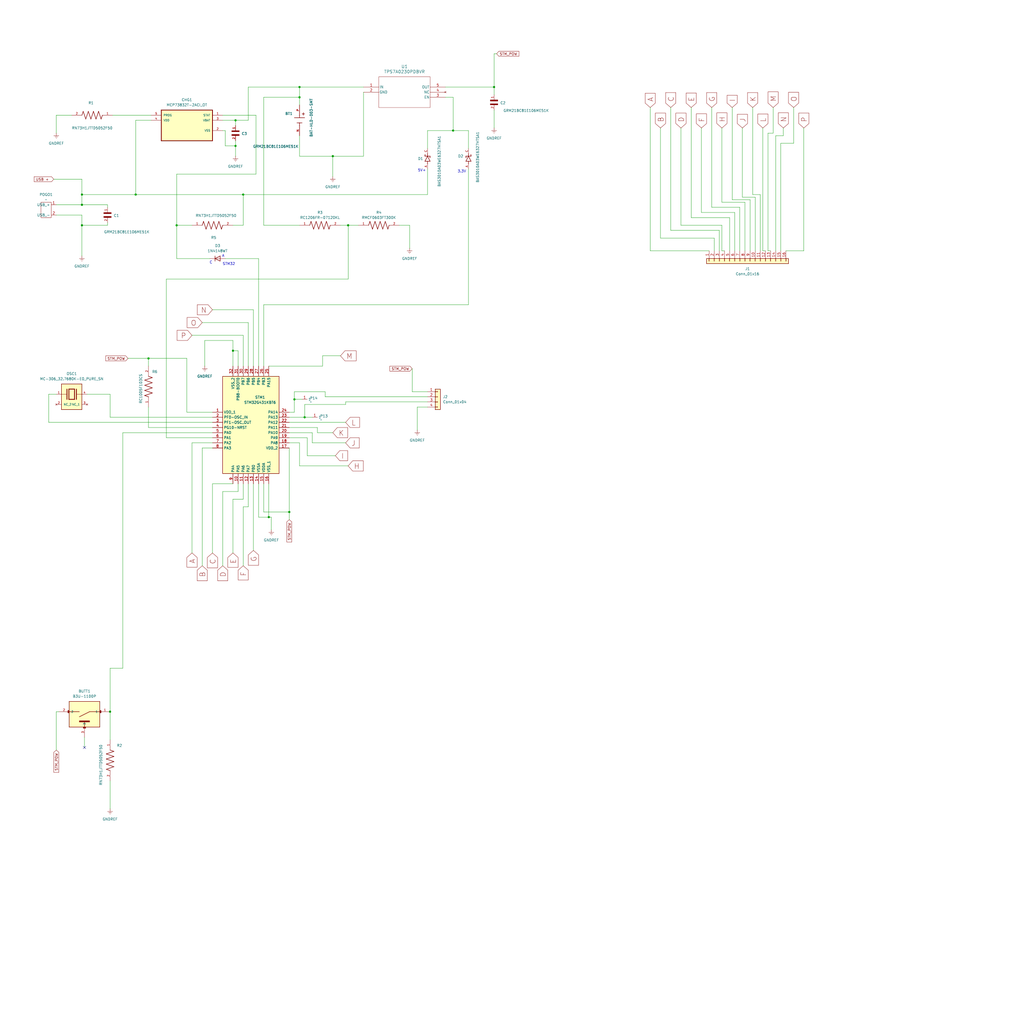
<source format=kicad_sch>
(kicad_sch (version 20250114) (generator "eeschema") (generator_version "9.0")
  (paper "User" 508 508)
  (lib_symbols
    (symbol "B3U-1100P:B3U-1100P" (pin_names (offset 1.016))
      (property "Reference" "S" (at 7.6291 -5.0861 0))
      (property "Value" "B3U-1100P" (at 7.6346 -10.1794 0))
      (symbol "B3U-1100P_0_0"
        (rectangle (start -8.2645 -0.6357) (end -7.62 0.635) (stroke (width 0.1)) (fill (type outline)))
        (rectangle (start -7.62 -7.62) (end 7.62 5.08) (stroke (width 0.254)) (fill (type background)))
        (rectangle (start -2.5423 -5.0846) (end 2.54 -4.445) (stroke (width 0.1)) (fill (type outline)))
        (polyline (pts (xy -2.54 0) (xy -7.62 0)) (stroke (width 0.254)))
        (polyline (pts (xy -2.54 -2.54) (xy 2.54 0)) (stroke (width 0.254)))
        (polyline (pts (xy -2.54 -5.08) (xy 0 -5.08)) (stroke (width 0.254)))
        (rectangle (start -0.6357 -8.2643) (end 0.635 -7.62) (stroke (width 0.1)) (fill (type outline)))
        (polyline (pts (xy 0 -5.08) (xy 0 -7.62)) (stroke (width 0.254)))
        (polyline (pts (xy 0 -5.08) (xy 2.54 -5.08)) (stroke (width 0.254)))
        (polyline (pts (xy 2.54 0) (xy 7.62 0)) (stroke (width 0.254)))
        (rectangle (start 7.6245 -0.6354) (end 8.255 0.635) (stroke (width 0.1)) (fill (type outline)))
        (pin passive line (at -12.7 0 0) (length 5.08) (name "2") (number "2"))
        (pin passive line (at 0 -12.7 90) (length 5.08) (name "3") (number "3"))
        (pin passive line (at 12.7 0 180) (length 5.08) (name "1") (number "1"))
      )
    )
    (symbol "BAS3010A03WE6327HTSA1:BAS3010A03WE6327HTSA1" (pin_names (offset 1.016))
      (property "Reference" "D" (at -5.08 2.54 0))
      (property "Value" "BAS3010A03WE6327HTSA1" (at -5.08 -3.81 0))
      (symbol "BAS3010A03WE6327HTSA1_0_0"
        (polyline (pts (xy -2.54 0) (xy -1.27 0)) (stroke (width 0.254)))
        (polyline (pts (xy -1.27 1.27) (xy -1.27 -1.27)) (stroke (width 0.254)))
        (polyline (pts (xy -1.27 -1.27) (xy 1.27 0)) (stroke (width 0.254)))
        (polyline (pts (xy 0.635 -1.016) (xy 0.635 -1.27)) (stroke (width 0.254)))
        (polyline (pts (xy 1.27 1.27) (xy 1.27 -1.27)) (stroke (width 0.254)))
        (polyline (pts (xy 1.27 0) (xy -1.27 1.27)) (stroke (width 0.254)))
        (polyline (pts (xy 1.27 -1.27) (xy 0.635 -1.27)) (stroke (width 0.254)))
        (polyline (pts (xy 1.905 1.27) (xy 1.27 1.27)) (stroke (width 0.254)))
        (polyline (pts (xy 1.905 1.27) (xy 1.905 1.016)) (stroke (width 0.254)))
        (polyline (pts (xy 2.54 0) (xy 1.27 0)) (stroke (width 0.254)))
        (pin passive line (at -5.08 0 0) (length 2.54) (name "~") (number "A"))
        (pin passive line (at 5.08 0 180) (length 2.54) (name "~") (number "C"))
      )
    )
    (symbol "BAT-HLD-003-SMT_CUT:BAT-HLD-003-SMT" (pin_names (offset 1.016))
      (property "Reference" "BT" (at -3.81 3.81 0))
      (property "Value" "BAT-HLD-003-SMT" (at -3.81 -5.08 0))
      (symbol "BAT-HLD-003-SMT_0_0"
        (polyline (pts (xy -3.81 1.905) (xy -2.54 1.905)) (stroke (width 0.254)))
        (polyline (pts (xy -3.175 2.54) (xy -3.175 1.27)) (stroke (width 0.254)))
        (polyline (pts (xy -1.27 2.54) (xy -1.27 0)) (stroke (width 0.254)))
        (polyline (pts (xy -1.27 0) (xy -2.54 0)) (stroke (width 0.254)))
        (polyline (pts (xy -1.27 0) (xy -1.27 -2.54)) (stroke (width 0.254)))
        (polyline (pts (xy 1.27 1.27) (xy 1.27 0)) (stroke (width 0.254)))
        (polyline (pts (xy 1.27 0) (xy 1.27 -1.27)) (stroke (width 0.254)))
        (polyline (pts (xy 1.27 0) (xy 2.54 0)) (stroke (width 0.254)))
        (pin passive line (at 7.62 0 180) (length 5.08) (name "~") (number "N"))
      )
      (symbol "BAT-HLD-003-SMT_1_0"
        (pin passive line (at -7.62 0 0) (length 5.08) (name "~") (number "P"))
      )
    )
    (symbol "Connector_Generic:Conn_01x04" (pin_names (offset 1.016) (hide yes))
      (property "Reference" "J" (at 0 5.08 0))
      (property "Value" "Conn_01x04" (at 0 -7.62 0))
      (symbol "Conn_01x04_1_1"
        (rectangle (start -1.27 3.81) (end 1.27 -6.35) (stroke (width 0.254)) (fill (type background)))
        (rectangle (start -1.27 2.667) (end 0 2.413) (stroke (width 0.1524)))
        (rectangle (start -1.27 0.127) (end 0 -0.127) (stroke (width 0.1524)))
        (rectangle (start -1.27 -2.413) (end 0 -2.667) (stroke (width 0.1524)))
        (rectangle (start -1.27 -4.953) (end 0 -5.207) (stroke (width 0.1524)))
        (pin passive line (at -5.08 2.54 0) (length 3.81) (name "Pin_1") (number "1"))
        (pin passive line (at -5.08 0 0) (length 3.81) (name "Pin_2") (number "2"))
        (pin passive line (at -5.08 -2.54 0) (length 3.81) (name "Pin_3") (number "3"))
        (pin passive line (at -5.08 -5.08 0) (length 3.81) (name "Pin_4") (number "4"))
      )
    )
    (symbol "Connector_Generic:Conn_01x16" (pin_names (offset 1.016) (hide yes))
      (property "Reference" "J" (at 0 20.32 0))
      (property "Value" "Conn_01x16" (at 0 -22.86 0))
      (symbol "Conn_01x16_1_1"
        (rectangle (start -1.27 19.05) (end 1.27 -21.59) (stroke (width 0.254)) (fill (type background)))
        (rectangle (start -1.27 17.907) (end 0 17.653) (stroke (width 0.1524)))
        (rectangle (start -1.27 15.367) (end 0 15.113) (stroke (width 0.1524)))
        (rectangle (start -1.27 12.827) (end 0 12.573) (stroke (width 0.1524)))
        (rectangle (start -1.27 10.287) (end 0 10.033) (stroke (width 0.1524)))
        (rectangle (start -1.27 7.747) (end 0 7.493) (stroke (width 0.1524)))
        (rectangle (start -1.27 5.207) (end 0 4.953) (stroke (width 0.1524)))
        (rectangle (start -1.27 2.667) (end 0 2.413) (stroke (width 0.1524)))
        (rectangle (start -1.27 0.127) (end 0 -0.127) (stroke (width 0.1524)))
        (rectangle (start -1.27 -2.413) (end 0 -2.667) (stroke (width 0.1524)))
        (rectangle (start -1.27 -4.953) (end 0 -5.207) (stroke (width 0.1524)))
        (rectangle (start -1.27 -7.493) (end 0 -7.747) (stroke (width 0.1524)))
        (rectangle (start -1.27 -10.033) (end 0 -10.287) (stroke (width 0.1524)))
        (rectangle (start -1.27 -12.573) (end 0 -12.827) (stroke (width 0.1524)))
        (rectangle (start -1.27 -15.113) (end 0 -15.367) (stroke (width 0.1524)))
        (rectangle (start -1.27 -17.653) (end 0 -17.907) (stroke (width 0.1524)))
        (rectangle (start -1.27 -20.193) (end 0 -20.447) (stroke (width 0.1524)))
        (pin passive line (at -5.08 17.78 0) (length 3.81) (name "Pin_1") (number "1"))
        (pin passive line (at -5.08 15.24 0) (length 3.81) (name "Pin_2") (number "2"))
        (pin passive line (at -5.08 12.7 0) (length 3.81) (name "Pin_3") (number "3"))
        (pin passive line (at -5.08 10.16 0) (length 3.81) (name "Pin_4") (number "4"))
        (pin passive line (at -5.08 7.62 0) (length 3.81) (name "Pin_5") (number "5"))
        (pin passive line (at -5.08 5.08 0) (length 3.81) (name "Pin_6") (number "6"))
        (pin passive line (at -5.08 2.54 0) (length 3.81) (name "Pin_7") (number "7"))
        (pin passive line (at -5.08 0 0) (length 3.81) (name "Pin_8") (number "8"))
        (pin passive line (at -5.08 -2.54 0) (length 3.81) (name "Pin_9") (number "9"))
        (pin passive line (at -5.08 -5.08 0) (length 3.81) (name "Pin_10") (number "10"))
        (pin passive line (at -5.08 -7.62 0) (length 3.81) (name "Pin_11") (number "11"))
        (pin passive line (at -5.08 -10.16 0) (length 3.81) (name "Pin_12") (number "12"))
        (pin passive line (at -5.08 -12.7 0) (length 3.81) (name "Pin_13") (number "13"))
        (pin passive line (at -5.08 -15.24 0) (length 3.81) (name "Pin_14") (number "14"))
        (pin passive line (at -5.08 -17.78 0) (length 3.81) (name "Pin_15") (number "15"))
        (pin passive line (at -5.08 -20.32 0) (length 3.81) (name "Pin_16") (number "16"))
      )
    )
    (symbol "Diode:1N4148WT" (pin_numbers (hide yes)) (pin_names (hide yes))
      (property "Reference" "D" (at 0 2.54 0))
      (property "Value" "1N4148WT" (at 0 -2.54 0))
      (symbol "1N4148WT_0_1"
        (polyline (pts (xy -1.27 1.27) (xy -1.27 -1.27)) (stroke (width 0.254)))
        (polyline (pts (xy 1.27 1.27) (xy 1.27 -1.27) (xy -1.27 0) (xy 1.27 1.27)) (stroke (width 0.254)))
        (polyline (pts (xy 1.27 0) (xy -1.27 0)))
      )
      (symbol "1N4148WT_1_1"
        (pin passive line (at -3.81 0 0) (length 2.54) (name "K") (number "1"))
        (pin passive line (at 3.81 0 180) (length 2.54) (name "A") (number "2"))
      )
    )
    (symbol "GRM21BC81E106ME51K:GRM21BC81E106ME51K" (pin_names (offset 1.016))
      (property "Reference" "C" (at 0 3.8109 0))
      (property "Value" "GRM21BC81E106ME51K" (at 0 -5.0885 0))
      (symbol "GRM21BC81E106ME51K_0_0"
        (rectangle (start 0 -1.9069) (end 0.635 1.905) (stroke (width 0.1)) (fill (type outline)))
        (rectangle (start 1.9069 -1.9069) (end 2.54 1.905) (stroke (width 0.1)) (fill (type outline)))
        (pin passive line (at -2.54 0 0) (length 2.54) (name "~") (number "1"))
        (pin passive line (at 5.08 0 180) (length 2.54) (name "~") (number "2"))
      )
    )
    (symbol "MC-306_32.7680K-E0_PURE_SN:MC-306_32.7680K-E0_PURE_SN" (pin_names (offset 1.016))
      (property "Reference" "Y" (at -5.0878 6.3559 0))
      (property "Value" "MC-306_32.7680K-E0_PURE_SN" (at -5.0944 -10.16 0))
      (symbol "MC-306_32.7680K-E0_PURE_SN_0_0"
        (polyline (pts (xy -5.08 0) (xy -2.54 0)) (stroke (width 0.1524)))
        (rectangle (start -5.08 -7.62) (end 5.08 5.08) (stroke (width 0.254)) (fill (type background)))
        (polyline (pts (xy -2.3368 2.54) (xy -2.3368 -2.54)) (stroke (width 0.4064)))
        (polyline (pts (xy -1.397 2.54) (xy -1.397 -2.54)) (stroke (width 0.4064)))
        (polyline (pts (xy -1.397 2.54) (xy 1.397 2.54)) (stroke (width 0.4064)))
        (polyline (pts (xy 1.397 2.54) (xy 1.397 -2.54)) (stroke (width 0.4064)))
        (polyline (pts (xy 1.397 -2.54) (xy -1.397 -2.54)) (stroke (width 0.4064)))
        (polyline (pts (xy 2.3368 2.54) (xy 2.3368 -2.54)) (stroke (width 0.4064)))
        (polyline (pts (xy 2.54 0) (xy 5.08 0)) (stroke (width 0.1524)))
        (pin passive line (at -7.62 0 0) (length 2.54) (name "~") (number "1"))
        (pin passive line (at 7.62 0 180) (length 2.54) (name "~") (number "4"))
      )
      (symbol "MC-306_32.7680K-E0_PURE_SN_1_0"
        (pin no_connect line (at -7.62 -5.08 0) (length 2.54) (name "NC_2") (number "2"))
        (pin no_connect line (at 7.62 -5.08 180) (length 2.54) (name "NC_1") (number "3"))
      )
    )
    (symbol "MCP73832T-2ACI_OT:MCP73832T-2ACI_OT" (pin_names (offset 1.016))
      (property "Reference" "U" (at -12.7 8.62 0))
      (property "Value" "MCP73832T-2ACI_OT" (at -12.7 -11.62 0))
      (symbol "MCP73832T-2ACI_OT_0_0"
        (rectangle (start -12.7 -7.62) (end 12.7 7.62) (stroke (width 0.41)) (fill (type background)))
        (pin input line (at -17.78 5.08 0) (length 5.08) (name "PROG") (number "5"))
        (pin input line (at -17.78 2.54 0) (length 5.08) (name "VDD") (number "4"))
        (pin output line (at 17.78 5.08 180) (length 5.08) (name "STAT") (number "1"))
        (pin output line (at 17.78 2.54 180) (length 5.08) (name "VBAT") (number "3"))
        (pin power_in line (at 17.78 -2.54 180) (length 5.08) (name "VSS") (number "2"))
      )
    )
    (symbol "PGO:POGO_FEMALE_2"
      (property "Reference" "POGO" (at 0 -1.27 0))
      (symbol "POGO_FEMALE_2_0_1"
        (rectangle (start -2.54 7.62) (end 2.54 0))
      )
      (symbol "POGO_FEMALE_2_1_1"
        (pin input line (at 5.08 6.35 180) (length 2.54) (name "USB_+") (number "1"))
        (pin input line (at 5.08 1.27 180) (length 2.54) (name "USB_-") (number "2"))
      )
    )
    (symbol "PGO:PROGPAD"
      (property "Reference" "PROGPAD" (at 0 0 0))
      (symbol "PROGPAD_1_1"
        (pin input line (at -2.54 3.81 0) (length 2.54) (name "1") (number "1"))
      )
    )
    (symbol "RC1005F103CS:RC1005F103CS" (pin_names (offset 1.016))
      (property "Reference" "R" (at -7.6244 2.5415 0))
      (property "Value" "RC1005F103CS" (at -7.63 -5.0866 0))
      (symbol "RC1005F103CS_0_0"
        (polyline (pts (xy -5.08 0) (xy -4.445 1.905)) (stroke (width 0.254)))
        (polyline (pts (xy -4.445 1.905) (xy -3.175 -1.905)) (stroke (width 0.254)))
        (polyline (pts (xy -3.175 -1.905) (xy -1.905 1.905)) (stroke (width 0.254)))
        (polyline (pts (xy -1.905 1.905) (xy -0.635 -1.905)) (stroke (width 0.254)))
        (polyline (pts (xy -0.635 -1.905) (xy 0.635 1.905)) (stroke (width 0.254)))
        (polyline (pts (xy 0.635 1.905) (xy 1.905 -1.905)) (stroke (width 0.254)))
        (polyline (pts (xy 1.905 -1.905) (xy 3.175 1.905)) (stroke (width 0.254)))
        (polyline (pts (xy 3.175 1.905) (xy 4.445 -1.905)) (stroke (width 0.254)))
        (polyline (pts (xy 4.445 -1.905) (xy 5.08 0)) (stroke (width 0.254)))
        (pin passive line (at -10.16 0 0) (length 5.08) (name "~") (number "1"))
        (pin passive line (at 10.16 0 180) (length 5.08) (name "~") (number "2"))
      )
    )
    (symbol "RC1206FR-07120KL:RC1206FR-07120KL" (pin_names (offset 1.016))
      (property "Reference" "R" (at -7.6244 2.5415 0))
      (property "Value" "RC1206FR-07120KL" (at -7.63 -5.0866 0))
      (symbol "RC1206FR-07120KL_0_0"
        (polyline (pts (xy -5.08 0) (xy -4.445 1.905)) (stroke (width 0.254)))
        (polyline (pts (xy -4.445 1.905) (xy -3.175 -1.905)) (stroke (width 0.254)))
        (polyline (pts (xy -3.175 -1.905) (xy -1.905 1.905)) (stroke (width 0.254)))
        (polyline (pts (xy -1.905 1.905) (xy -0.635 -1.905)) (stroke (width 0.254)))
        (polyline (pts (xy -0.635 -1.905) (xy 0.635 1.905)) (stroke (width 0.254)))
        (polyline (pts (xy 0.635 1.905) (xy 1.905 -1.905)) (stroke (width 0.254)))
        (polyline (pts (xy 1.905 -1.905) (xy 3.175 1.905)) (stroke (width 0.254)))
        (polyline (pts (xy 3.175 1.905) (xy 4.445 -1.905)) (stroke (width 0.254)))
        (polyline (pts (xy 4.445 -1.905) (xy 5.08 0)) (stroke (width 0.254)))
        (pin passive line (at -10.16 0 0) (length 5.08) (name "~") (number "1"))
        (pin passive line (at 10.16 0 180) (length 5.08) (name "~") (number "2"))
      )
    )
    (symbol "RMCF0603FT300K:RMCF0603FT300K" (pin_names (offset 1.016))
      (property "Reference" "R" (at -7.6244 2.5415 0))
      (property "Value" "RMCF0603FT300K" (at -7.63 -5.0866 0))
      (symbol "RMCF0603FT300K_0_0"
        (polyline (pts (xy -5.08 0) (xy -4.445 1.905)) (stroke (width 0.254)))
        (polyline (pts (xy -4.445 1.905) (xy -3.175 -1.905)) (stroke (width 0.254)))
        (polyline (pts (xy -3.175 -1.905) (xy -1.905 1.905)) (stroke (width 0.254)))
        (polyline (pts (xy -1.905 1.905) (xy -0.635 -1.905)) (stroke (width 0.254)))
        (polyline (pts (xy -0.635 -1.905) (xy 0.635 1.905)) (stroke (width 0.254)))
        (polyline (pts (xy 0.635 1.905) (xy 1.905 -1.905)) (stroke (width 0.254)))
        (polyline (pts (xy 1.905 -1.905) (xy 3.175 1.905)) (stroke (width 0.254)))
        (polyline (pts (xy 3.175 1.905) (xy 4.445 -1.905)) (stroke (width 0.254)))
        (polyline (pts (xy 4.445 -1.905) (xy 5.08 0)) (stroke (width 0.254)))
        (pin passive line (at -10.16 0 0) (length 5.08) (name "~") (number "1"))
        (pin passive line (at 10.16 0 180) (length 5.08) (name "~") (number "2"))
      )
    )
    (symbol "RN73H1JTTD5052F50:RN73H1JTTD5052F50" (pin_names (offset 1.016))
      (property "Reference" "R" (at -7.6244 2.5415 0))
      (property "Value" "RN73H1JTTD5052F50" (at -7.63 -5.0866 0))
      (symbol "RN73H1JTTD5052F50_0_0"
        (polyline (pts (xy -5.08 0) (xy -4.445 1.905)) (stroke (width 0.254)))
        (polyline (pts (xy -4.445 1.905) (xy -3.175 -1.905)) (stroke (width 0.254)))
        (polyline (pts (xy -3.175 -1.905) (xy -1.905 1.905)) (stroke (width 0.254)))
        (polyline (pts (xy -1.905 1.905) (xy -0.635 -1.905)) (stroke (width 0.254)))
        (polyline (pts (xy -0.635 -1.905) (xy 0.635 1.905)) (stroke (width 0.254)))
        (polyline (pts (xy 0.635 1.905) (xy 1.905 -1.905)) (stroke (width 0.254)))
        (polyline (pts (xy 1.905 -1.905) (xy 3.175 1.905)) (stroke (width 0.254)))
        (polyline (pts (xy 3.175 1.905) (xy 4.445 -1.905)) (stroke (width 0.254)))
        (polyline (pts (xy 4.445 -1.905) (xy 5.08 0)) (stroke (width 0.254)))
        (pin passive line (at -10.16 0 0) (length 5.08) (name "~") (number "1"))
        (pin passive line (at 10.16 0 180) (length 5.08) (name "~") (number "2"))
      )
    )
    (symbol "STM32G431KBT6:STM32G431KBT6"
      (property "Reference" "IC" (at 34.29 22.86 0))
      (property "Value" "STM32G431KBT6" (at 34.29 20.32 0))
      (symbol "STM32G431KBT6_1_1"
        (rectangle (start 5.08 17.78) (end 33.02 -30.48) (stroke (width 0.254)) (fill (type background)))
        (pin passive line (at 0 0 0) (length 5.08) (name "VDD_1") (number "1"))
        (pin passive line (at 0 -2.54 0) (length 5.08) (name "PF0-OSC_IN") (number "2"))
        (pin passive line (at 0 -5.08 0) (length 5.08) (name "PF1-OSC_OUT") (number "3"))
        (pin passive line (at 0 -7.62 0) (length 5.08) (name "PG10-NRST") (number "4"))
        (pin passive line (at 0 -10.16 0) (length 5.08) (name "PA0") (number "5"))
        (pin passive line (at 0 -12.7 0) (length 5.08) (name "PA1") (number "6"))
        (pin passive line (at 0 -15.24 0) (length 5.08) (name "PA2") (number "7"))
        (pin passive line (at 0 -17.78 0) (length 5.08) (name "PA3") (number "8"))
        (pin passive line (at 10.16 22.86 270) (length 5.08) (name "VSS_2") (number "32"))
        (pin passive line (at 10.16 -35.56 90) (length 5.08) (name "PA4") (number "9"))
        (pin passive line (at 12.7 22.86 270) (length 5.08) (name "PB8-BOOT0") (number "31"))
        (pin passive line (at 12.7 -35.56 90) (length 5.08) (name "PA5") (number "10"))
        (pin passive line (at 15.24 22.86 270) (length 5.08) (name "PB7") (number "30"))
        (pin passive line (at 15.24 -35.56 90) (length 5.08) (name "PA6") (number "11"))
        (pin passive line (at 17.78 22.86 270) (length 5.08) (name "PB6") (number "29"))
        (pin passive line (at 17.78 -35.56 90) (length 5.08) (name "PA7") (number "12"))
        (pin passive line (at 20.32 22.86 270) (length 5.08) (name "PB5") (number "28"))
        (pin passive line (at 20.32 -35.56 90) (length 5.08) (name "PB0") (number "13"))
        (pin passive line (at 22.86 22.86 270) (length 5.08) (name "PB4") (number "27"))
        (pin passive line (at 22.86 -35.56 90) (length 5.08) (name "VSSA") (number "14"))
        (pin passive line (at 25.4 22.86 270) (length 5.08) (name "PB3") (number "26"))
        (pin passive line (at 25.4 -35.56 90) (length 5.08) (name "VDDA") (number "15"))
        (pin passive line (at 27.94 22.86 270) (length 5.08) (name "PA15") (number "25"))
        (pin passive line (at 27.94 -35.56 90) (length 5.08) (name "VSS_1") (number "16"))
        (pin passive line (at 38.1 0 180) (length 5.08) (name "PA14") (number "24"))
        (pin passive line (at 38.1 -2.54 180) (length 5.08) (name "PA13") (number "23"))
        (pin passive line (at 38.1 -5.08 180) (length 5.08) (name "PA12") (number "22"))
        (pin passive line (at 38.1 -7.62 180) (length 5.08) (name "PA11") (number "21"))
        (pin passive line (at 38.1 -10.16 180) (length 5.08) (name "PA10") (number "20"))
        (pin passive line (at 38.1 -12.7 180) (length 5.08) (name "PA9") (number "19"))
        (pin passive line (at 38.1 -15.24 180) (length 5.08) (name "PA8") (number "18"))
        (pin passive line (at 38.1 -17.78 180) (length 5.08) (name "VDD_2") (number "17"))
      )
    )
    (symbol "TPS7A0230PDBVR:TPS7A0230PDBVR" (pin_names (offset 0.254))
      (property "Reference" "U" (at 20.32 10.16 0))
      (property "Value" "TPS7A0230PDBVR" (at 20.32 7.62 0))
      (symbol "TPS7A0230PDBVR_0_1"
        (polyline (pts (xy 7.62 5.08) (xy 7.62 -10.16)) (stroke (width 0.127)))
        (polyline (pts (xy 7.62 -10.16) (xy 33.02 -10.16)) (stroke (width 0.127)))
        (polyline (pts (xy 33.02 5.08) (xy 7.62 5.08)) (stroke (width 0.127)))
        (polyline (pts (xy 33.02 -10.16) (xy 33.02 5.08)) (stroke (width 0.127)))
        (pin input line (at 0 0 0) (length 7.62) (name "IN") (number "1"))
        (pin power_out line (at 0 -2.54 0) (length 7.62) (name "GND") (number "2"))
        (pin output line (at 40.64 0 180) (length 7.62) (name "OUT") (number "5"))
        (pin no_connect line (at 40.64 -2.54 180) (length 7.62) (name "NC") (number "4"))
        (pin input line (at 40.64 -5.08 180) (length 7.62) (name "EN") (number "3"))
      )
    )
    (symbol "power:GNDREF" (power) (pin_numbers (hide yes)) (pin_names (offset 0) (hide yes))
      (property "Value" "GNDREF" (at 0 -3.81 0))
      (symbol "GNDREF_0_1"
        (polyline (pts (xy -0.635 -1.905) (xy 0.635 -1.905)))
        (polyline (pts (xy -0.127 -2.54) (xy 0.127 -2.54)))
        (polyline (pts (xy 0 -1.27) (xy 0 0)))
        (polyline (pts (xy 1.27 -1.27) (xy -1.27 -1.27)))
      )
      (symbol "GNDREF_1_1"
        (pin power_in line (at 0 0 270) (length 0) (name "~") (number "1"))
      )
    )
  )
  (text "3.3V" (at 229.108 85.09 0) (effects (font (size 1.27 1.27))))
  (text "STM32" (at 113.538 131.064 0) (effects (font (size 1.27 1.27))))
  (text "C" (at 104.648 130.302 0) (effects (font (size 1.27 1.27))))
  (text "A" (at 110.744 127 0) (effects (font (size 1.27 1.27))))
  (text "5V+" (at 209.296 84.582 0) (effects (font (size 1.27 1.27))))
  (junction (at 40.64 101.6))
  (junction (at 224.79 64.77))
  (junction (at 67.31 96.52))
  (junction (at 133.35 256.54))
  (junction (at 40.64 96.52))
  (junction (at 245.11 43.18))
  (junction (at 115.57 173.99))
  (junction (at 146.05 198.12))
  (junction (at 120.65 96.52))
  (junction (at 151.13 207.01))
  (junction (at 87.63 111.76))
  (junction (at 40.64 111.76))
  (junction (at 172.72 111.76))
  (junction (at 54.61 353.06))
  (junction (at 116.84 72.39))
  (junction (at 116.84 59.69))
  (junction (at 148.59 48.26))
  (junction (at 73.66 177.8))
  (junction (at 148.59 43.18))
  (junction (at 143.51 254))
  (junction (at 165.1 77.47))
  (no_connect (at 41.91 370.84))
  (wire (pts (xy 111.76 72.39) (xy 116.84 72.39)))
  (wire (pts (xy 116.84 59.69) (xy 116.84 62.23)))
  (wire (pts (xy 148.59 48.26) (xy 130.81 48.26)))
  (wire (pts (xy 203.2 111.76) (xy 203.2 123.19)))
  (wire (pts (xy 55.88 57.15) (xy 74.93 57.15)))
  (wire (pts (xy 337.82 111.76) (xy 358.14 111.76)))
  (wire (pts (xy 143.51 207.01) (xy 151.13 207.01)))
  (wire (pts (xy 148.59 77.47) (xy 165.1 77.47)))
  (wire (pts (xy 105.41 217.17) (xy 82.55 217.17)))
  (wire (pts (xy 327.66 118.11) (xy 354.33 118.11)))
  (wire (pts (xy 398.78 63.5) (xy 398.78 124.46)))
  (wire (pts (xy 143.51 254) (xy 143.51 257.81)))
  (wire (pts (xy 361.95 107.95) (xy 361.95 124.46)))
  (wire (pts (xy 130.81 48.26) (xy 130.81 111.76)))
  (wire (pts (xy 116.84 59.69) (xy 123.19 59.69)))
  (wire (pts (xy 123.19 160.02) (xy 123.19 181.61)))
  (wire (pts (xy 67.31 59.69) (xy 67.31 96.52)))
  (wire (pts (xy 115.57 181.61) (xy 115.57 173.99)))
  (wire (pts (xy 388.62 67.31) (xy 384.81 67.31)))
  (wire (pts (xy 127 57.15) (xy 127 86.36)))
  (wire (pts (xy 60.96 331.47) (xy 60.96 214.63)))
  (wire (pts (xy 115.57 247.65) (xy 115.57 274.32)))
  (wire (pts (xy 143.51 219.71) (xy 148.59 219.71)))
  (wire (pts (xy 212.09 64.77) (xy 224.79 64.77)))
  (wire (pts (xy 378.46 63.5) (xy 378.46 124.46)))
  (wire (pts (xy 363.22 99.06) (xy 372.11 99.06)))
  (wire (pts (xy 40.64 88.9) (xy 40.64 96.52)))
  (wire (pts (xy 378.46 124.46) (xy 379.73 124.46)))
  (wire (pts (xy 342.9 107.95) (xy 361.95 107.95)))
  (wire (pts (xy 120.65 111.76) (xy 120.65 96.52)))
  (wire (pts (xy 372.11 99.06) (xy 372.11 124.46)))
  (wire (pts (xy 151.13 200.66) (xy 171.45 200.66)))
  (wire (pts (xy 24.13 209.55) (xy 105.41 209.55)))
  (wire (pts (xy 161.29 194.31) (xy 146.05 194.31)))
  (wire (pts (xy 73.66 177.8) (xy 73.66 181.61)))
  (wire (pts (xy 152.4 217.17) (xy 152.4 226.06)))
  (wire (pts (xy 367.03 102.87) (xy 367.03 124.46)))
  (wire (pts (xy 54.61 353.06) (xy 54.61 367.03)))
  (wire (pts (xy 204.47 182.88) (xy 204.47 194.31)))
  (wire (pts (xy 232.41 73.66) (xy 232.41 64.77)))
  (wire (pts (xy 118.11 181.61) (xy 118.11 173.99)))
  (wire (pts (xy 130.81 240.03) (xy 130.81 254)))
  (wire (pts (xy 128.27 128.27) (xy 128.27 181.61)))
  (wire (pts (xy 73.66 212.09) (xy 105.41 212.09)))
  (wire (pts (xy 40.64 101.6) (xy 53.34 101.6)))
  (wire (pts (xy 353.06 102.87) (xy 367.03 102.87)))
  (wire (pts (xy 160.02 176.53) (xy 160.02 181.61)))
  (wire (pts (xy 245.11 26.67) (xy 246.38 26.67)))
  (wire (pts (xy 212.09 64.77) (xy 212.09 73.66)))
  (wire (pts (xy 245.11 54.61) (xy 245.11 63.5)))
  (wire (pts (xy 148.59 52.07) (xy 148.59 48.26)))
  (wire (pts (xy 157.48 214.63) (xy 165.1 214.63)))
  (wire (pts (xy 120.65 96.52) (xy 212.09 96.52)))
  (wire (pts (xy 245.11 43.18) (xy 245.11 46.99)))
  (wire (pts (xy 358.14 100.33) (xy 369.57 100.33)))
  (wire (pts (xy 125.73 153.67) (xy 125.73 181.61)))
  (wire (pts (xy 82.55 217.17) (xy 82.55 138.43)))
  (wire (pts (xy 347.98 63.5) (xy 347.98 105.41)))
  (wire (pts (xy 130.81 151.13) (xy 232.41 151.13)))
  (wire (pts (xy 322.58 53.34) (xy 322.58 124.46)))
  (wire (pts (xy 27.94 57.15) (xy 27.94 66.04)))
  (wire (pts (xy 220.98 48.26) (xy 224.79 48.26)))
  (wire (pts (xy 387.35 71.12) (xy 387.35 124.46)))
  (wire (pts (xy 54.61 387.35) (xy 54.61 401.32)))
  (wire (pts (xy 148.59 231.14) (xy 172.72 231.14)))
  (wire (pts (xy 87.63 111.76) (xy 87.63 128.27)))
  (wire (pts (xy 95.25 219.71) (xy 105.41 219.71)))
  (wire (pts (xy 143.51 209.55) (xy 171.45 209.55)))
  (wire (pts (xy 369.57 100.33) (xy 369.57 124.46)))
  (wire (pts (xy 40.64 111.76) (xy 53.34 111.76)))
  (wire (pts (xy 123.19 59.69) (xy 123.19 43.18)))
  (wire (pts (xy 24.13 195.58) (xy 24.13 209.55)))
  (wire (pts (xy 27.94 106.68) (xy 40.64 106.68)))
  (wire (pts (xy 143.51 214.63) (xy 154.94 214.63)))
  (wire (pts (xy 40.64 111.76) (xy 40.64 127)))
  (wire (pts (xy 111.76 72.39) (xy 111.76 64.77)))
  (wire (pts (xy 130.81 181.61) (xy 130.81 151.13)))
  (wire (pts (xy 60.96 331.47) (xy 54.61 331.47)))
  (wire (pts (xy 100.33 160.02) (xy 123.19 160.02)))
  (wire (pts (xy 168.91 176.53) (xy 160.02 176.53)))
  (wire (pts (xy 115.57 111.76) (xy 120.65 111.76)))
  (wire (pts (xy 224.79 48.26) (xy 224.79 64.77)))
  (wire (pts (xy 40.64 96.52) (xy 40.64 101.6)))
  (wire (pts (xy 110.49 59.69) (xy 116.84 59.69)))
  (wire (pts (xy 134.62 256.54) (xy 134.62 262.89)))
  (wire (pts (xy 373.38 53.34) (xy 373.38 96.52)))
  (wire (pts (xy 110.49 57.15) (xy 127 57.15)))
  (wire (pts (xy 157.48 212.09) (xy 157.48 214.63)))
  (wire (pts (xy 120.65 166.37) (xy 120.65 181.61)))
  (wire (pts (xy 322.58 124.46) (xy 351.79 124.46)))
  (wire (pts (xy 133.35 256.54) (xy 134.62 256.54)))
  (wire (pts (xy 165.1 77.47) (xy 180.34 77.47)))
  (wire (pts (xy 154.94 219.71) (xy 171.45 219.71)))
  (wire (pts (xy 95.25 219.71) (xy 95.25 274.32)))
  (wire (pts (xy 111.76 128.27) (xy 128.27 128.27)))
  (wire (pts (xy 172.72 111.76) (xy 172.72 138.43)))
  (wire (pts (xy 82.55 138.43) (xy 172.72 138.43)))
  (wire (pts (xy 212.09 199.39) (xy 171.45 199.39)))
  (wire (pts (xy 87.63 111.76) (xy 95.25 111.76)))
  (wire (pts (xy 358.14 111.76) (xy 358.14 124.46)))
  (wire (pts (xy 337.82 63.5) (xy 337.82 111.76)))
  (wire (pts (xy 105.41 204.47) (xy 92.71 204.47)))
  (wire (pts (xy 143.51 222.25) (xy 143.51 254)))
  (wire (pts (xy 363.22 53.34) (xy 363.22 99.06)))
  (wire (pts (xy 116.84 69.85) (xy 116.84 72.39)))
  (wire (pts (xy 53.34 111.76) (xy 53.34 110.49)))
  (wire (pts (xy 118.11 240.03) (xy 118.11 243.84)))
  (wire (pts (xy 53.34 101.6) (xy 53.34 102.87)))
  (wire (pts (xy 92.71 177.8) (xy 73.66 177.8)))
  (wire (pts (xy 130.81 111.76) (xy 148.59 111.76)))
  (wire (pts (xy 116.84 72.39) (xy 116.84 77.47)))
  (wire (pts (xy 54.61 195.58) (xy 54.61 207.01)))
  (wire (pts (xy 198.12 111.76) (xy 203.2 111.76)))
  (wire (pts (xy 123.19 240.03) (xy 123.19 251.46)))
  (wire (pts (xy 67.31 59.69) (xy 74.93 59.69)))
  (wire (pts (xy 101.6 168.91) (xy 101.6 181.61)))
  (wire (pts (xy 207.01 201.93) (xy 207.01 213.36)))
  (wire (pts (xy 160.02 181.61) (xy 133.35 181.61)))
  (wire (pts (xy 92.71 204.47) (xy 92.71 177.8)))
  (wire (pts (xy 73.66 212.09) (xy 73.66 201.93)))
  (wire (pts (xy 212.09 96.52) (xy 212.09 83.82)))
  (wire (pts (xy 342.9 53.34) (xy 342.9 107.95)))
  (wire (pts (xy 377.19 96.52) (xy 377.19 124.46)))
  (wire (pts (xy 54.61 331.47) (xy 54.61 353.06)))
  (wire (pts (xy 148.59 48.26) (xy 148.59 43.18)))
  (wire (pts (xy 207.01 201.93) (xy 212.09 201.93)))
  (wire (pts (xy 73.66 177.8) (xy 63.5 177.8)))
  (wire (pts (xy 128.27 240.03) (xy 128.27 256.54)))
  (wire (pts (xy 374.65 97.79) (xy 374.65 124.46)))
  (wire (pts (xy 327.66 63.5) (xy 327.66 118.11)))
  (wire (pts (xy 148.59 43.18) (xy 180.34 43.18)))
  (wire (pts (xy 100.33 222.25) (xy 100.33 280.67)))
  (wire (pts (xy 120.65 247.65) (xy 115.57 247.65)))
  (wire (pts (xy 384.81 67.31) (xy 384.81 124.46)))
  (wire (pts (xy 40.64 96.52) (xy 67.31 96.52)))
  (wire (pts (xy 35.56 57.15) (xy 27.94 57.15)))
  (wire (pts (xy 120.65 240.03) (xy 120.65 247.65)))
  (wire (pts (xy 105.41 240.03) (xy 105.41 274.32)))
  (wire (pts (xy 40.64 106.68) (xy 40.64 111.76)))
  (wire (pts (xy 87.63 128.27) (xy 104.14 128.27)))
  (wire (pts (xy 128.27 256.54) (xy 133.35 256.54)))
  (wire (pts (xy 115.57 240.03) (xy 105.41 240.03)))
  (wire (pts (xy 123.19 251.46) (xy 120.65 251.46)))
  (wire (pts (xy 358.14 124.46) (xy 359.41 124.46)))
  (wire (pts (xy 383.54 53.34) (xy 383.54 66.04)))
  (wire (pts (xy 27.94 353.06) (xy 29.21 353.06)))
  (wire (pts (xy 245.11 26.67) (xy 245.11 43.18)))
  (wire (pts (xy 353.06 53.34) (xy 353.06 102.87)))
  (wire (pts (xy 105.41 153.67) (xy 125.73 153.67)))
  (wire (pts (xy 224.79 64.77) (xy 232.41 64.77)))
  (wire (pts (xy 172.72 111.76) (xy 177.8 111.76)))
  (wire (pts (xy 180.34 45.72) (xy 180.34 77.47)))
  (wire (pts (xy 54.61 207.01) (xy 105.41 207.01)))
  (wire (pts (xy 24.13 195.58) (xy 27.94 195.58)))
  (wire (pts (xy 60.96 214.63) (xy 105.41 214.63)))
  (wire (pts (xy 161.29 196.85) (xy 161.29 194.31)))
  (wire (pts (xy 393.7 53.34) (xy 393.7 71.12)))
  (wire (pts (xy 398.78 124.46) (xy 389.89 124.46)))
  (wire (pts (xy 332.74 53.34) (xy 332.74 114.3)))
  (wire (pts (xy 127 86.36) (xy 87.63 86.36)))
  (wire (pts (xy 27.94 372.11) (xy 27.94 353.06)))
  (wire (pts (xy 67.31 96.52) (xy 120.65 96.52)))
  (wire (pts (xy 105.41 222.25) (xy 100.33 222.25)))
  (wire (pts (xy 120.65 251.46) (xy 120.65 280.67)))
  (wire (pts (xy 40.64 101.6) (xy 27.94 101.6)))
  (wire (pts (xy 373.38 96.52) (xy 377.19 96.52)))
  (wire (pts (xy 383.54 66.04) (xy 381 66.04)))
  (wire (pts (xy 165.1 77.47) (xy 165.1 87.63)))
  (wire (pts (xy 171.45 199.39) (xy 171.45 200.66)))
  (wire (pts (xy 381 66.04) (xy 381 124.46)))
  (wire (pts (xy 41.91 370.84) (xy 41.91 365.76)))
  (wire (pts (xy 148.59 219.71) (xy 148.59 231.14)))
  (wire (pts (xy 393.7 71.12) (xy 387.35 71.12)))
  (wire (pts (xy 118.11 173.99) (xy 115.57 173.99)))
  (wire (pts (xy 143.51 204.47) (xy 146.05 204.47)))
  (wire (pts (xy 115.57 168.91) (xy 101.6 168.91)))
  (wire (pts (xy 146.05 198.12) (xy 146.05 194.31)))
  (wire (pts (xy 148.59 77.47) (xy 148.59 67.31)))
  (wire (pts (xy 388.62 63.5) (xy 388.62 67.31)))
  (wire (pts (xy 115.57 173.99) (xy 115.57 168.91)))
  (wire (pts (xy 204.47 194.31) (xy 212.09 194.31)))
  (wire (pts (xy 130.81 254) (xy 143.51 254)))
  (wire (pts (xy 151.13 207.01) (xy 154.94 207.01)))
  (wire (pts (xy 212.09 196.85) (xy 161.29 196.85)))
  (wire (pts (xy 151.13 207.01) (xy 151.13 200.66)))
  (wire (pts (xy 133.35 240.03) (xy 133.35 256.54)))
  (wire (pts (xy 368.3 97.79) (xy 374.65 97.79)))
  (wire (pts (xy 87.63 86.36) (xy 87.63 111.76)))
  (wire (pts (xy 364.49 105.41) (xy 364.49 124.46)))
  (wire (pts (xy 143.51 212.09) (xy 157.48 212.09)))
  (wire (pts (xy 245.11 43.18) (xy 220.98 43.18)))
  (wire (pts (xy 95.25 166.37) (xy 120.65 166.37)))
  (wire (pts (xy 232.41 151.13) (xy 232.41 83.82)))
  (wire (pts (xy 347.98 105.41) (xy 364.49 105.41)))
  (wire (pts (xy 146.05 198.12) (xy 149.86 198.12)))
  (wire (pts (xy 332.74 114.3) (xy 356.87 114.3)))
  (wire (pts (xy 381 124.46) (xy 382.27 124.46)))
  (wire (pts (xy 368.3 63.5) (xy 368.3 97.79)))
  (wire (pts (xy 168.91 111.76) (xy 172.72 111.76)))
  (wire (pts (xy 143.51 217.17) (xy 152.4 217.17)))
  (wire (pts (xy 54.61 195.58) (xy 43.18 195.58)))
  (wire (pts (xy 354.33 118.11) (xy 354.33 124.46)))
  (wire (pts (xy 111.76 64.77) (xy 110.49 64.77)))
  (wire (pts (xy 146.05 204.47) (xy 146.05 198.12)))
  (wire (pts (xy 154.94 214.63) (xy 154.94 219.71)))
  (wire (pts (xy 118.11 243.84) (xy 110.49 243.84)))
  (wire (pts (xy 125.73 240.03) (xy 125.73 273.05)))
  (wire (pts (xy 356.87 114.3) (xy 356.87 124.46)))
  (wire (pts (xy 123.19 43.18) (xy 148.59 43.18)))
  (wire (pts (xy 110.49 243.84) (xy 110.49 280.67)))
  (wire (pts (xy 358.14 63.5) (xy 358.14 100.33)))
  (wire (pts (xy 26.67 88.9) (xy 40.64 88.9)))
  (wire (pts (xy 152.4 226.06) (xy 166.37 226.06)))
  (global_label "F" (shape input) (at 120.65 280.67 270) (effects (font (size 2.54 2.54))) (property "Intersheetrefs" "${INTERSHEET_REFS}" (effects (hide yes))))
  (global_label "STM_POW" (shape input) (at 27.94 372.11 270) (property "Intersheetrefs" "${INTERSHEET_REFS}" (effects (hide yes))))
  (global_label "O" (shape input) (at 393.7 53.34 90) (effects (font (size 2.54 2.54))) (property "Intersheetrefs" "${INTERSHEET_REFS}" (effects (hide yes))))
  (global_label "D" (shape input) (at 337.82 63.5 90) (effects (font (size 2.54 2.54))) (property "Intersheetrefs" "${INTERSHEET_REFS}" (effects (hide yes))))
  (global_label "J" (shape input) (at 171.45 219.71 0) (effects (font (size 2.54 2.54))) (property "Intersheetrefs" "${INTERSHEET_REFS}" (effects (hide yes))))
  (global_label "A" (shape input) (at 95.25 274.32 270) (effects (font (size 2.54 2.54))) (property "Intersheetrefs" "${INTERSHEET_REFS}" (effects (hide yes))))
  (global_label "J" (shape input) (at 368.3 63.5 90) (effects (font (size 2.54 2.54))) (property "Intersheetrefs" "${INTERSHEET_REFS}" (effects (hide yes))))
  (global_label "E" (shape input) (at 342.9 53.34 90) (effects (font (size 2.54 2.54))) (property "Intersheetrefs" "${INTERSHEET_REFS}" (effects (hide yes))))
  (global_label "K" (shape input) (at 373.38 53.34 90) (effects (font (size 2.54 2.54))) (property "Intersheetrefs" "${INTERSHEET_REFS}" (effects (hide yes))))
  (global_label "P" (shape input) (at 95.25 166.37 180) (effects (font (size 2.54 2.54))) (property "Intersheetrefs" "${INTERSHEET_REFS}" (effects (hide yes))))
  (global_label "STM_POW" (shape input) (at 63.5 177.8 180) (property "Intersheetrefs" "${INTERSHEET_REFS}" (effects (hide yes))))
  (global_label "F" (shape input) (at 347.98 63.5 90) (effects (font (size 2.54 2.54))) (property "Intersheetrefs" "${INTERSHEET_REFS}" (effects (hide yes))))
  (global_label "K" (shape input) (at 165.1 214.63 0) (effects (font (size 2.54 2.54))) (property "Intersheetrefs" "${INTERSHEET_REFS}" (effects (hide yes))))
  (global_label "H" (shape input) (at 172.72 231.14 0) (effects (font (size 2.54 2.54))) (property "Intersheetrefs" "${INTERSHEET_REFS}" (effects (hide yes))))
  (global_label "C" (shape input) (at 105.41 274.32 270) (effects (font (size 2.54 2.54))) (property "Intersheetrefs" "${INTERSHEET_REFS}" (effects (hide yes))))
  (global_label "E" (shape input) (at 115.57 274.32 270) (effects (font (size 2.54 2.54))) (property "Intersheetrefs" "${INTERSHEET_REFS}" (effects (hide yes))))
  (global_label "B" (shape input) (at 100.33 280.67 270) (effects (font (size 2.54 2.54))) (property "Intersheetrefs" "${INTERSHEET_REFS}" (effects (hide yes))))
  (global_label "C" (shape input) (at 332.74 53.34 90) (effects (font (size 2.54 2.54))) (property "Intersheetrefs" "${INTERSHEET_REFS}" (effects (hide yes))))
  (global_label "I" (shape input) (at 166.37 226.06 0) (effects (font (size 2.54 2.54))) (property "Intersheetrefs" "${INTERSHEET_REFS}" (effects (hide yes))))
  (global_label "I" (shape input) (at 363.22 53.34 90) (effects (font (size 2.54 2.54))) (property "Intersheetrefs" "${INTERSHEET_REFS}" (effects (hide yes))))
  (global_label "A" (shape input) (at 322.58 53.34 90) (effects (font (size 2.54 2.54))) (property "Intersheetrefs" "${INTERSHEET_REFS}" (effects (hide yes))))
  (global_label "STM_POW" (shape input) (at 143.51 257.81 270) (property "Intersheetrefs" "${INTERSHEET_REFS}" (effects (hide yes))))
  (global_label "O" (shape input) (at 100.33 160.02 180) (effects (font (size 2.54 2.54))) (property "Intersheetrefs" "${INTERSHEET_REFS}" (effects (hide yes))))
  (global_label "N" (shape input) (at 388.62 63.5 90) (effects (font (size 2.54 2.54))) (property "Intersheetrefs" "${INTERSHEET_REFS}" (effects (hide yes))))
  (global_label "G" (shape input) (at 353.06 53.34 90) (effects (font (size 2.54 2.54))) (property "Intersheetrefs" "${INTERSHEET_REFS}" (effects (hide yes))))
  (global_label "G" (shape input) (at 125.73 273.05 270) (effects (font (size 2.54 2.54))) (property "Intersheetrefs" "${INTERSHEET_REFS}" (effects (hide yes))))
  (global_label "USB + " (shape input) (at 26.67 88.9 180) (property "Intersheetrefs" "${INTERSHEET_REFS}" (effects (hide yes))))
  (global_label "STM_POW" (shape input) (at 204.47 182.88 180) (property "Intersheetrefs" "${INTERSHEET_REFS}" (effects (hide yes))))
  (global_label "N" (shape input) (at 105.41 153.67 180) (effects (font (size 2.54 2.54))) (property "Intersheetrefs" "${INTERSHEET_REFS}" (effects (hide yes))))
  (global_label "M" (shape input) (at 383.54 53.34 90) (effects (font (size 2.54 2.54))) (property "Intersheetrefs" "${INTERSHEET_REFS}" (effects (hide yes))))
  (global_label "B" (shape input) (at 327.66 63.5 90) (effects (font (size 2.54 2.54))) (property "Intersheetrefs" "${INTERSHEET_REFS}" (effects (hide yes))))
  (global_label "H" (shape input) (at 358.14 63.5 90) (effects (font (size 2.54 2.54))) (property "Intersheetrefs" "${INTERSHEET_REFS}" (effects (hide yes))))
  (global_label "STM_POW" (shape input) (at 246.38 26.67 0) (property "Intersheetrefs" "${INTERSHEET_REFS}" (effects (hide yes))))
  (global_label "P" (shape input) (at 398.78 63.5 90) (effects (font (size 2.54 2.54))) (property "Intersheetrefs" "${INTERSHEET_REFS}" (effects (hide yes))))
  (global_label "M" (shape input) (at 168.91 176.53 0) (effects (font (size 2.54 2.54))) (property "Intersheetrefs" "${INTERSHEET_REFS}" (effects (hide yes))))
  (global_label "L" (shape input) (at 171.45 209.55 0) (effects (font (size 2.54 2.54))) (property "Intersheetrefs" "${INTERSHEET_REFS}" (effects (hide yes))))
  (global_label "L" (shape input) (at 378.46 63.5 90) (effects (font (size 2.54 2.54))) (property "Intersheetrefs" "${INTERSHEET_REFS}" (effects (hide yes))))
  (global_label "D" (shape input) (at 110.49 280.67 270) (effects (font (size 2.54 2.54))) (property "Intersheetrefs" "${INTERSHEET_REFS}" (effects (hide yes))))
  (symbol (lib_id "MC-306_32.7680K-E0_PURE_SN:MC-306_32.7680K-E0_PURE_SN") (at 35.56 195.58 0) (unit 1)
    (property "Reference" "OSC1" (at 35.56 185.42 0))
    (property "Value" "MC-306_32.7680K-E0_PURE_SN" (at 35.56 187.96 0))
    (property "Footprint" "MC-306_32.7680K-E0_PURE_SN:MC-306_32.7680K-E0_PURE_SN" (effects (hide yes)))
    (property "PARTREV" "N/A" (effects (hide yes)))
    (property "STANDARD" "Manufacturer Recommendations" (effects (hide yes)))
    (property "MAXIMUM_PACKAGE_HEIGHT" "2.54 mm" (effects (hide yes)))
    (property "MANUFACTURER" "EPSON" (effects (hide yes)))
  )
  (symbol (lib_id "power:GNDREF") (at 40.64 127 0) (unit 1)
    (property "Reference" "#PWR05" (effects (hide yes)))
    (property "Value" "GNDREF" (at 40.64 132.08 0))
    (property "Description" "Power symbol creates a global label with name \"GNDREF\" , reference supply ground" (effects (hide yes)))
  )
  (symbol (lib_id "power:GNDREF") (at 27.94 66.04 0) (unit 1)
    (property "Reference" "#PWR01" (effects (hide yes)))
    (property "Value" "GNDREF" (at 27.94 71.12 0))
    (property "Description" "Power symbol creates a global label with name \"GNDREF\" , reference supply ground" (effects (hide yes)))
  )
  (symbol (lib_id "power:GNDREF") (at 165.1 87.63 0) (unit 1)
    (property "Reference" "#PWR03" (effects (hide yes)))
    (property "Value" "GNDREF" (at 165.1 92.71 0))
    (property "Description" "Power symbol creates a global label with name \"GNDREF\" , reference supply ground" (effects (hide yes)))
  )
  (symbol (lib_id "MCP73832T-2ACI_OT:MCP73832T-2ACI_OT") (at 92.71 62.23 0) (unit 1)
    (property "Reference" "CHG1" (at 92.71 49.53 0))
    (property "Value" "MCP73832T-2ACI_OT" (at 92.71 52.07 0))
    (property "Footprint" "MCP73832T_2ACI_OT:SOT95P270X145-5N" (effects (hide yes)))
  )
  (symbol (lib_id "PGO:POGO_FEMALE_2") (at 22.86 107.95 0) (unit 1)
    (property "Reference" "POGO1" (at 22.86 96.52 0))
    (property "Value" "~" (at 22.86 99.06 0))
    (property "Footprint" "WL-SMCC_0402:Untitled" (effects (hide yes)))
  )
  (symbol (lib_id "PGO:PROGPAD") (at 157.48 210.82 0) (unit 1)
    (property "Reference" "P13" (at 158.75 206.3749 0) (effects (justify left)))
    (property "Value" "~" (at 158.75 208.28 0) (effects (justify left)))
    (property "Footprint" "WL-SMCC_0402:PROGPAD" (effects (hide yes)))
  )
  (symbol (lib_id "Diode:1N4148WT") (at 107.95 128.27 0) (unit 1)
    (property "Reference" "D3" (at 107.95 121.92 0))
    (property "Value" "1N4148WT" (at 107.95 124.46 0))
    (property "Footprint" "Diode_SMD:D_SOD-523" (effects (hide yes)))
    (property "Datasheet" "https://www.diodes.com/assets/Datasheets/ds30396.pdf" (effects (hide yes)))
    (property "Description" "75V 0.15A Fast switching Diode, SOD-523" (effects (hide yes)))
    (property "Sim.Device" "D" (effects (hide yes)))
    (property "Sim.Pins" "1=K 2=A" (effects (hide yes)))
  )
  (symbol (lib_id "Connector_Generic:Conn_01x04") (at 217.17 196.85 0) (unit 1)
    (property "Reference" "J2" (at 219.71 196.8499 0) (effects (justify left)))
    (property "Value" "Conn_01x04" (at 219.71 199.3899 0) (effects (justify left)))
    (property "Footprint" "Connector_PinHeader_2.54mm:PinHeader_1x04_P2.54mm_Vertical" (effects (hide yes)))
    (property "Description" "Generic connector, single row, 01x04, script generated (kicad-library-utils/schlib/autogen/connector/)" (effects (hide yes)))
  )
  (symbol (lib_id "power:GNDREF") (at 101.6 181.61 0) (unit 1)
    (property "Reference" "#PWR07" (effects (hide yes)))
    (property "Value" "GNDREF" (at 101.6 186.69 0))
    (property "Description" "Power symbol creates a global label with name \"GNDREF\" , reference supply ground" (effects (hide yes)))
  )
  (symbol (lib_id "power:GNDREF") (at 54.61 401.32 0) (unit 1)
    (property "Reference" "#PWR04" (effects (hide yes)))
    (property "Value" "GNDREF" (at 54.61 406.4 0))
    (property "Description" "Power symbol creates a global label with name \"GNDREF\" , reference supply ground" (effects (hide yes)))
  )
  (symbol (lib_id "B3U-1100P:B3U-1100P") (at 41.91 353.06 0) (unit 1)
    (property "Reference" "BUTT1" (at 41.9052 342.9 0))
    (property "Value" "B3U-1100P" (at 41.9052 345.44 0))
    (property "Footprint" "B3U_1100P:SW_B3U-1100P" (effects (hide yes)))
    (property "MANUFACTURER" "Omron" (effects (hide yes)))
  )
  (symbol (lib_id "power:GNDREF") (at 203.2 123.19 0) (unit 1)
    (property "Reference" "#PWR08" (effects (hide yes)))
    (property "Value" "GNDREF" (at 203.2 128.27 0))
    (property "Description" "Power symbol creates a global label with name \"GNDREF\" , reference supply ground" (effects (hide yes)))
  )
  (symbol (lib_id "GRM21BC81E106ME51K:GRM21BC81E106ME51K") (at 245.11 49.53 270) (unit 1)
    (property "Reference" "C2" (at 248.158 51.054 90) (effects (justify left)))
    (property "Value" "GRM21BC81E106ME51K" (at 249.682 54.864 90) (effects (justify left)))
    (property "Footprint" "GRM21BC81E106ME51K:CAPC2012X140N" (effects (hide yes)))
  )
  (symbol (lib_id "TPS7A0230PDBVR:TPS7A0230PDBVR") (at 180.34 43.18 0) (unit 1)
    (property "Reference" "U1" (at 200.66 33.02 0) (effects (font (size 1.524 1.524))))
    (property "Value" "TPS7A0230PDBVR" (at 200.66 35.56 0) (effects (font (size 1.524 1.524))))
    (property "Footprint" "TPS7A0230PDBVR:TPS7A0230PDBVR" (effects (hide yes)))
    (property "Datasheet" "TPS7A0230PDBVR" (effects (hide yes)))
  )
  (symbol (lib_id "RC1005F103CS:RC1005F103CS") (at 73.66 191.77 90) (unit 1)
    (property "Reference" "R6" (at 75.438 184.404 90) (effects (justify right)))
    (property "Value" "RC1005F103CS" (at 69.85 185.42 0) (effects (justify right)))
    (property "Footprint" "RC1005F103CS:RESC1005X40N" (effects (hide yes)))
  )
  (symbol (lib_id "RN73H1JTTD5052F50:RN73H1JTTD5052F50") (at 54.61 377.19 270) (unit 1)
    (property "Reference" "R2" (at 57.912 369.824 90) (effects (justify left)))
    (property "Value" "RN73H1JTTD5052F50" (at 50.038 369.316 0) (effects (justify left)))
    (property "Footprint" "RN73H1JTTD5052F50:RN73H1JTTD5052F50" (effects (hide yes)))
  )
  (symbol (lib_id "BAS3010A03WE6327HTSA1:BAS3010A03WE6327HTSA1") (at 232.41 78.74 270) (mirror x) (unit 1)
    (property "Reference" "D2" (at 229.87 77.4699 90) (effects (justify right)))
    (property "Value" "BAS3010A03WE6327HTSA1" (at 236.982 65.278 0) (effects (justify right)))
    (property "Footprint" "BAS3010A03WE6327HTSA1:SOD2513X110N" (effects (hide yes)))
    (property "PARTREV" "2007-04-10" (effects (hide yes)))
    (property "STANDARD" "IPC-7351B" (effects (hide yes)))
    (property "MAXIMUM_PACKAGE_HEIGHT" "1.1mm" (effects (hide yes)))
    (property "MANUFACTURER" "Infineon" (effects (hide yes)))
  )
  (symbol (lib_id "RMCF0603FT300K:RMCF0603FT300K") (at 187.96 111.76 0) (unit 1)
    (property "Reference" "R4" (at 187.96 105.41 0))
    (property "Value" "RMCF0603FT300K" (at 187.96 107.95 0))
    (property "Footprint" "RMCF0603FT300K:RMCF0603FT300K" (effects (hide yes)))
  )
  (symbol (lib_id "STM32G431KBT6:STM32G431KBT6") (at 105.41 204.47 0) (unit 1)
    (property "Reference" "STM1" (at 129.032 197.104 0))
    (property "Value" "STM32G431KBT6" (at 129.032 199.644 0))
    (property "Footprint" "STM32G431KBT6:QFP80P900X900X160-32N" (effects (hide yes)))
    (property "Datasheet" "https://www.st.com/resource/en/datasheet/stm32g431kb.pdf" (effects (hide yes)))
    (property "Description" "ARM Microcontrollers - MCU Mainstream Arm Cortex-M4+ MCU 170MHz with 128Kbytes of Flash memory, Math Accelerator, Medium Analog level integration" (effects (hide yes)))
    (property "Height" "1.6" (effects (hide yes)))
    (property "Manufacturer_Name" "STMicroelectronics" (effects (hide yes)))
    (property "Manufacturer_Part_Number" "STM32G431KBT6" (effects (hide yes)))
    (property "Mouser Part Number" "511-STM32G431KBT6" (effects (hide yes)))
    (property "Mouser Price/Stock" "https://www.mouser.co.uk/ProductDetail/STMicroelectronics/STM32G431KBT6?qs=T3oQrply3y8teCTeNAFOLg%3D%3D" (effects (hide yes)))
    (property "Arrow Part Number" "STM32G431KBT6" (effects (hide yes)))
    (property "Arrow Price/Stock" "https://www.arrow.com/en/products/stm32g431kbt6/stmicroelectronics" (effects (hide yes)))
  )
  (symbol (lib_id "BAS3010A03WE6327HTSA1:BAS3010A03WE6327HTSA1") (at 212.09 78.74 90) (unit 1)
    (property "Reference" "D1" (at 207.264 78.74 90) (effects (justify right)))
    (property "Value" "BAS3010A03WE6327HTSA1" (at 217.932 67.31 0) (effects (justify right)))
    (property "Footprint" "BAS3010A03WE6327HTSA1:SOD2513X110N" (effects (hide yes)))
    (property "PARTREV" "2007-04-10" (effects (hide yes)))
    (property "STANDARD" "IPC-7351B" (effects (hide yes)))
    (property "MAXIMUM_PACKAGE_HEIGHT" "1.1mm" (effects (hide yes)))
    (property "MANUFACTURER" "Infineon" (effects (hide yes)))
  )
  (symbol (lib_id "power:GNDREF") (at 116.84 77.47 0) (unit 1)
    (property "Reference" "#PWR02" (effects (hide yes)))
    (property "Value" "GNDREF" (at 116.84 82.55 0))
    (property "Description" "Power symbol creates a global label with name \"GNDREF\" , reference supply ground" (effects (hide yes)))
  )
  (symbol (lib_id "power:GNDREF") (at 245.11 63.5 0) (unit 1)
    (property "Reference" "#PWR09" (effects (hide yes)))
    (property "Value" "GNDREF" (at 245.11 68.58 0))
    (property "Description" "Power symbol creates a global label with name \"GNDREF\" , reference supply ground" (effects (hide yes)))
  )
  (symbol (lib_id "power:GNDREF") (at 134.62 262.89 0) (unit 1)
    (property "Reference" "#PWR06" (effects (hide yes)))
    (property "Value" "GNDREF" (at 134.62 267.97 0))
    (property "Description" "Power symbol creates a global label with name \"GNDREF\" , reference supply ground" (effects (hide yes)))
  )
  (symbol (lib_id "power:GNDREF") (at 207.01 213.36 0) (unit 1)
    (property "Reference" "#PWR010" (effects (hide yes)))
    (property "Value" "GNDREF" (at 207.01 218.44 0))
    (property "Description" "Power symbol creates a global label with name \"GNDREF\" , reference supply ground" (effects (hide yes)))
  )
  (symbol (lib_id "RC1206FR-07120KL:RC1206FR-07120KL") (at 158.75 111.76 0) (unit 1)
    (property "Reference" "R3" (at 158.75 105.41 0))
    (property "Value" "RC1206FR-07120KL" (at 158.75 107.95 0))
    (property "Footprint" "RC1206FR_07120KL:RC1206FR_07120KL" (effects (hide yes)))
  )
  (symbol (lib_id "RN73H1JTTD5052F50:RN73H1JTTD5052F50") (at 45.72 57.15 180) (unit 1)
    (property "Reference" "R1" (at 46.482 51.054 0) (effects (justify left)))
    (property "Value" "RN73H1JTTD5052F50" (at 55.88 63.5 0) (effects (justify left)))
    (property "Footprint" "RN73H1JTTD5052F50:RN73H1JTTD5052F50" (effects (hide yes)))
  )
  (symbol (lib_id "GRM21BC81E106ME51K:GRM21BC81E106ME51K") (at 116.84 64.77 270) (unit 1)
    (property "Reference" "C3" (at 119.888 66.294 90) (effects (justify left)))
    (property "Value" "GRM21BC81E106ME51K" (at 125.476 72.644 90) (effects (justify left)))
    (property "Footprint" "GRM21BC81E106ME51K:CAPC2012X140N" (effects (hide yes)))
  )
  (symbol (lib_id "PGO:PROGPAD") (at 152.4 201.93 0) (unit 1)
    (property "Reference" "P14" (at 153.67 197.4849 0) (effects (justify left)))
    (property "Value" "~" (at 153.67 199.39 0) (effects (justify left)))
    (property "Footprint" "WL-SMCC_0402:PROGPAD" (effects (hide yes)))
  )
  (symbol (lib_id "RN73H1JTTD5052F50:RN73H1JTTD5052F50") (at 105.41 111.76 0) (unit 1)
    (property "Reference" "R5" (at 104.648 117.856 0) (effects (justify left)))
    (property "Value" "RN73H1JTTD5052F50" (at 97.028 106.934 0) (effects (justify left)))
    (property "Footprint" "RN73H1JTTD5052F50:RN73H1JTTD5052F50" (effects (hide yes)))
  )
  (symbol (lib_id "BAT-HLD-003-SMT_CUT:BAT-HLD-003-SMT") (at 148.59 59.69 270) (unit 1)
    (property "Reference" "BT1" (at 141.478 56.388 90) (effects (justify left)))
    (property "Value" "BAT-HLD-003-SMT" (at 154.432 48.768 0) (effects (justify left)))
    (property "Footprint" "BAT-HLD-003-SMT:BAT_BAT-HLD-003-SMT_CUT" (effects (hide yes)))
    (property "DigiKey_Part_Number" "343-BAT-HLD-003-SMT-ND" (effects (hide yes)))
    (property "SnapEDA_Link" "https://www.snapeda.com/parts/BAT-HLD-003-SMT/TE+Connectivity/view-part/?ref=snap" (effects (hide yes)))
    (property "Check_prices" "https://www.snapeda.com/parts/BAT-HLD-003-SMT/TE+Connectivity/view-part/?ref=eda" (effects (hide yes)))
    (property "Package" "None" (effects (hide yes)))
    (property "Price" "None" (effects (hide yes)))
    (property "MF" "TE Connectivity" (effects (hide yes)))
    (property "MP" "BAT-HLD-003-SMT" (effects (hide yes)))
    (property "Purchase-URL" "https://www.snapeda.com/api/url_track_click_mouser/?unipart_id=6393643&manufacturer=Linx Technologies Inc.&part_name=BAT-HLD-003-SMT&search_term=None" (effects (hide yes)))
    (property "Availability" "In Stock" (effects (hide yes)))
    (property "Description_1" "Battery Holder Coin 20 SMT Nickel" (effects (hide yes)))
  )
  (symbol (lib_id "GRM21BC81E106ME51K:GRM21BC81E106ME51K") (at 53.34 105.41 270) (unit 1)
    (property "Reference" "C1" (at 56.388 106.934 90) (effects (justify left)))
    (property "Value" "GRM21BC81E106ME51K" (at 51.562 115.062 90) (effects (justify left)))
    (property "Footprint" "GRM21BC81E106ME51K:CAPC2012X140N" (effects (hide yes)))
  )
  (symbol (lib_id "Connector_Generic:Conn_01x16") (at 369.57 129.54 90) (mirror x) (unit 1)
    (property "Reference" "J1" (at 370.84 133.35 90))
    (property "Value" "Conn_01x16" (at 370.84 135.89 90))
    (property "Footprint" "Connector_PinHeader_2.54mm:PinHeader_1x16_P2.54mm_Vertical" (effects (hide yes)))
    (property "Description" "Generic connector, single row, 01x16, script generated (kicad-library-utils/schlib/autogen/connector/)" (effects (hide yes)))
  )
)
</source>
